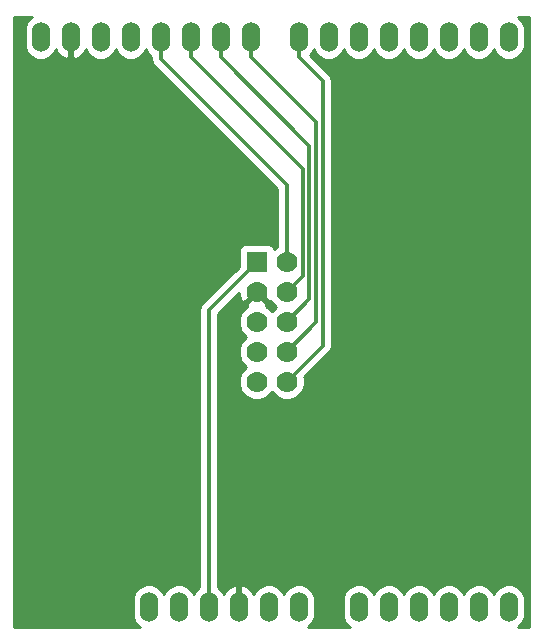
<source format=gtl>
G04 (created by PCBNEW-RS274X (2011-07-19)-testing) date Fri 10 Feb 2012 01:30:19 PM PST*
G01*
G70*
G90*
%MOIN*%
G04 Gerber Fmt 3.4, Leading zero omitted, Abs format*
%FSLAX34Y34*%
G04 APERTURE LIST*
%ADD10C,0.006000*%
%ADD11O,0.060000X0.100000*%
%ADD12R,0.070000X0.070000*%
%ADD13C,0.070000*%
%ADD14C,0.012000*%
%ADD15C,0.010000*%
G04 APERTURE END LIST*
G54D10*
G54D11*
X74651Y-50501D03*
X73651Y-50501D03*
X72651Y-50501D03*
X69651Y-50501D03*
X70651Y-50501D03*
X71651Y-50501D03*
X67651Y-50501D03*
X66651Y-50501D03*
X65651Y-50501D03*
X63651Y-50501D03*
X62651Y-50501D03*
X74651Y-31501D03*
X73651Y-31501D03*
X72651Y-31501D03*
X71651Y-31501D03*
X70651Y-31501D03*
X69651Y-31501D03*
X68651Y-31501D03*
X67651Y-31501D03*
X66051Y-31501D03*
X65051Y-31501D03*
X64051Y-31501D03*
X63051Y-31501D03*
X62051Y-31501D03*
X61051Y-31501D03*
X60051Y-31501D03*
X59051Y-31501D03*
X64651Y-50501D03*
G54D12*
X66250Y-39000D03*
G54D13*
X67250Y-39000D03*
X66250Y-40000D03*
X67250Y-40000D03*
X66250Y-41000D03*
X67250Y-41000D03*
X66250Y-42000D03*
X67250Y-42000D03*
X66250Y-43000D03*
X67250Y-43000D03*
G54D14*
X64651Y-40599D02*
X64651Y-50501D01*
X66250Y-39000D02*
X64651Y-40599D01*
X65051Y-31501D02*
X65051Y-32164D01*
X68010Y-35123D02*
X65051Y-32164D01*
X68010Y-40240D02*
X68010Y-35123D01*
X67250Y-41000D02*
X68010Y-40240D01*
X66051Y-31501D02*
X66051Y-32164D01*
X68233Y-34346D02*
X66051Y-32164D01*
X68233Y-41017D02*
X68233Y-34346D01*
X67250Y-42000D02*
X68233Y-41017D01*
X67786Y-35899D02*
X64051Y-32164D01*
X67786Y-39464D02*
X67786Y-35899D01*
X67250Y-40000D02*
X67786Y-39464D01*
X64051Y-31501D02*
X64051Y-32164D01*
X67250Y-39000D02*
X67250Y-36443D01*
X63051Y-32244D02*
X63051Y-31501D01*
X67250Y-36443D02*
X63051Y-32244D01*
X67651Y-31501D02*
X67651Y-32164D01*
X68456Y-32969D02*
X67651Y-32164D01*
X68456Y-41794D02*
X68456Y-32969D01*
X67250Y-43000D02*
X68456Y-41794D01*
X65651Y-40599D02*
X65651Y-50501D01*
X66250Y-40000D02*
X65651Y-40599D01*
G54D10*
G36*
X66940Y-38480D02*
X66911Y-38492D01*
X66835Y-38567D01*
X66811Y-38509D01*
X66741Y-38439D01*
X66650Y-38401D01*
X66551Y-38401D01*
X65851Y-38401D01*
X65759Y-38439D01*
X65689Y-38509D01*
X65651Y-38600D01*
X65651Y-38699D01*
X65651Y-39161D01*
X64432Y-40380D01*
X64365Y-40480D01*
X64341Y-40599D01*
X64341Y-49833D01*
X64194Y-49981D01*
X64151Y-50083D01*
X64109Y-49981D01*
X63957Y-49830D01*
X63759Y-49747D01*
X63544Y-49747D01*
X63345Y-49829D01*
X63194Y-49981D01*
X63151Y-50083D01*
X63109Y-49981D01*
X62957Y-49830D01*
X62759Y-49747D01*
X62544Y-49747D01*
X62345Y-49829D01*
X62194Y-49981D01*
X62111Y-50179D01*
X62111Y-50394D01*
X62111Y-50822D01*
X62193Y-51021D01*
X62345Y-51172D01*
X62352Y-51175D01*
X58175Y-51175D01*
X58175Y-30825D01*
X58754Y-30825D01*
X58745Y-30829D01*
X58594Y-30981D01*
X58511Y-31179D01*
X58511Y-31394D01*
X58511Y-31822D01*
X58593Y-32021D01*
X58745Y-32172D01*
X58943Y-32255D01*
X59158Y-32255D01*
X59357Y-32173D01*
X59508Y-32021D01*
X59550Y-31919D01*
X59562Y-31958D01*
X59698Y-32126D01*
X59888Y-32229D01*
X59916Y-32233D01*
X60001Y-32186D01*
X60001Y-31601D01*
X60001Y-31551D01*
X60001Y-31451D01*
X60101Y-31451D01*
X60101Y-31551D01*
X60101Y-31601D01*
X60101Y-32186D01*
X60186Y-32233D01*
X60214Y-32229D01*
X60404Y-32126D01*
X60540Y-31958D01*
X60551Y-31919D01*
X60593Y-32021D01*
X60745Y-32172D01*
X60943Y-32255D01*
X61158Y-32255D01*
X61357Y-32173D01*
X61508Y-32021D01*
X61550Y-31918D01*
X61593Y-32021D01*
X61745Y-32172D01*
X61943Y-32255D01*
X62158Y-32255D01*
X62357Y-32173D01*
X62508Y-32021D01*
X62550Y-31918D01*
X62593Y-32021D01*
X62741Y-32168D01*
X62741Y-32244D01*
X62765Y-32363D01*
X62832Y-32463D01*
X66940Y-36571D01*
X66940Y-38480D01*
X66940Y-38480D01*
G37*
G54D15*
X66940Y-38480D02*
X66911Y-38492D01*
X66835Y-38567D01*
X66811Y-38509D01*
X66741Y-38439D01*
X66650Y-38401D01*
X66551Y-38401D01*
X65851Y-38401D01*
X65759Y-38439D01*
X65689Y-38509D01*
X65651Y-38600D01*
X65651Y-38699D01*
X65651Y-39161D01*
X64432Y-40380D01*
X64365Y-40480D01*
X64341Y-40599D01*
X64341Y-49833D01*
X64194Y-49981D01*
X64151Y-50083D01*
X64109Y-49981D01*
X63957Y-49830D01*
X63759Y-49747D01*
X63544Y-49747D01*
X63345Y-49829D01*
X63194Y-49981D01*
X63151Y-50083D01*
X63109Y-49981D01*
X62957Y-49830D01*
X62759Y-49747D01*
X62544Y-49747D01*
X62345Y-49829D01*
X62194Y-49981D01*
X62111Y-50179D01*
X62111Y-50394D01*
X62111Y-50822D01*
X62193Y-51021D01*
X62345Y-51172D01*
X62352Y-51175D01*
X58175Y-51175D01*
X58175Y-30825D01*
X58754Y-30825D01*
X58745Y-30829D01*
X58594Y-30981D01*
X58511Y-31179D01*
X58511Y-31394D01*
X58511Y-31822D01*
X58593Y-32021D01*
X58745Y-32172D01*
X58943Y-32255D01*
X59158Y-32255D01*
X59357Y-32173D01*
X59508Y-32021D01*
X59550Y-31919D01*
X59562Y-31958D01*
X59698Y-32126D01*
X59888Y-32229D01*
X59916Y-32233D01*
X60001Y-32186D01*
X60001Y-31601D01*
X60001Y-31551D01*
X60001Y-31451D01*
X60101Y-31451D01*
X60101Y-31551D01*
X60101Y-31601D01*
X60101Y-32186D01*
X60186Y-32233D01*
X60214Y-32229D01*
X60404Y-32126D01*
X60540Y-31958D01*
X60551Y-31919D01*
X60593Y-32021D01*
X60745Y-32172D01*
X60943Y-32255D01*
X61158Y-32255D01*
X61357Y-32173D01*
X61508Y-32021D01*
X61550Y-31918D01*
X61593Y-32021D01*
X61745Y-32172D01*
X61943Y-32255D01*
X62158Y-32255D01*
X62357Y-32173D01*
X62508Y-32021D01*
X62550Y-31918D01*
X62593Y-32021D01*
X62741Y-32168D01*
X62741Y-32244D01*
X62765Y-32363D01*
X62832Y-32463D01*
X66940Y-36571D01*
X66940Y-38480D01*
G54D10*
G36*
X75325Y-51175D02*
X74952Y-51175D01*
X74957Y-51173D01*
X75108Y-51021D01*
X75191Y-50823D01*
X75191Y-50608D01*
X75191Y-50180D01*
X75109Y-49981D01*
X74957Y-49830D01*
X74759Y-49747D01*
X74544Y-49747D01*
X74345Y-49829D01*
X74194Y-49981D01*
X74151Y-50083D01*
X74109Y-49981D01*
X73957Y-49830D01*
X73759Y-49747D01*
X73544Y-49747D01*
X73345Y-49829D01*
X73194Y-49981D01*
X73151Y-50083D01*
X73109Y-49981D01*
X72957Y-49830D01*
X72759Y-49747D01*
X72544Y-49747D01*
X72345Y-49829D01*
X72194Y-49981D01*
X72151Y-50083D01*
X72109Y-49981D01*
X71957Y-49830D01*
X71759Y-49747D01*
X71544Y-49747D01*
X71345Y-49829D01*
X71194Y-49981D01*
X71151Y-50083D01*
X71109Y-49981D01*
X70957Y-49830D01*
X70759Y-49747D01*
X70544Y-49747D01*
X70345Y-49829D01*
X70194Y-49981D01*
X70151Y-50083D01*
X70109Y-49981D01*
X69957Y-49830D01*
X69759Y-49747D01*
X69544Y-49747D01*
X69345Y-49829D01*
X69194Y-49981D01*
X69111Y-50179D01*
X69111Y-50394D01*
X69111Y-50822D01*
X69193Y-51021D01*
X69345Y-51172D01*
X69352Y-51175D01*
X67952Y-51175D01*
X67957Y-51173D01*
X68108Y-51021D01*
X68191Y-50823D01*
X68191Y-50608D01*
X68191Y-50180D01*
X68109Y-49981D01*
X67957Y-49830D01*
X67759Y-49747D01*
X67544Y-49747D01*
X67345Y-49829D01*
X67194Y-49981D01*
X67151Y-50083D01*
X67109Y-49981D01*
X66957Y-49830D01*
X66759Y-49747D01*
X66544Y-49747D01*
X66345Y-49829D01*
X66194Y-49981D01*
X66151Y-50082D01*
X66140Y-50044D01*
X66004Y-49876D01*
X65814Y-49773D01*
X65786Y-49769D01*
X65701Y-49816D01*
X65701Y-50401D01*
X65701Y-50451D01*
X65701Y-50551D01*
X65601Y-50551D01*
X65601Y-50451D01*
X65601Y-50401D01*
X65601Y-49816D01*
X65516Y-49769D01*
X65488Y-49773D01*
X65298Y-49876D01*
X65162Y-50044D01*
X65150Y-50082D01*
X65109Y-49981D01*
X64961Y-49833D01*
X64961Y-40727D01*
X65662Y-40025D01*
X65668Y-40144D01*
X65737Y-40310D01*
X65836Y-40343D01*
X66144Y-40035D01*
X66179Y-40000D01*
X66250Y-39929D01*
X66321Y-40000D01*
X66356Y-40035D01*
X66664Y-40343D01*
X66734Y-40319D01*
X66742Y-40339D01*
X66903Y-40500D01*
X66750Y-40653D01*
X66589Y-40492D01*
X66569Y-40484D01*
X66593Y-40414D01*
X66250Y-40071D01*
X65907Y-40414D01*
X65930Y-40484D01*
X65911Y-40492D01*
X65742Y-40661D01*
X65651Y-40881D01*
X65651Y-41119D01*
X65742Y-41339D01*
X65903Y-41500D01*
X65742Y-41661D01*
X65651Y-41881D01*
X65651Y-42119D01*
X65742Y-42339D01*
X65903Y-42500D01*
X65742Y-42661D01*
X65651Y-42881D01*
X65651Y-43119D01*
X65742Y-43339D01*
X65911Y-43508D01*
X66131Y-43599D01*
X66369Y-43599D01*
X66589Y-43508D01*
X66750Y-43347D01*
X66911Y-43508D01*
X67131Y-43599D01*
X67369Y-43599D01*
X67589Y-43508D01*
X67758Y-43339D01*
X67849Y-43119D01*
X67849Y-42881D01*
X67836Y-42851D01*
X68675Y-42014D01*
X68675Y-42013D01*
X68708Y-41963D01*
X68742Y-41913D01*
X68742Y-41912D01*
X68765Y-41794D01*
X68766Y-41794D01*
X68766Y-32969D01*
X68742Y-32851D01*
X68742Y-32850D01*
X68708Y-32800D01*
X68675Y-32750D01*
X68675Y-32749D01*
X68027Y-32102D01*
X68108Y-32021D01*
X68150Y-31918D01*
X68193Y-32021D01*
X68345Y-32172D01*
X68543Y-32255D01*
X68758Y-32255D01*
X68957Y-32173D01*
X69108Y-32021D01*
X69150Y-31918D01*
X69193Y-32021D01*
X69345Y-32172D01*
X69543Y-32255D01*
X69758Y-32255D01*
X69957Y-32173D01*
X70108Y-32021D01*
X70150Y-31918D01*
X70193Y-32021D01*
X70345Y-32172D01*
X70543Y-32255D01*
X70758Y-32255D01*
X70957Y-32173D01*
X71108Y-32021D01*
X71150Y-31918D01*
X71193Y-32021D01*
X71345Y-32172D01*
X71543Y-32255D01*
X71758Y-32255D01*
X71957Y-32173D01*
X72108Y-32021D01*
X72150Y-31918D01*
X72193Y-32021D01*
X72345Y-32172D01*
X72543Y-32255D01*
X72758Y-32255D01*
X72957Y-32173D01*
X73108Y-32021D01*
X73150Y-31918D01*
X73193Y-32021D01*
X73345Y-32172D01*
X73543Y-32255D01*
X73758Y-32255D01*
X73957Y-32173D01*
X74108Y-32021D01*
X74150Y-31918D01*
X74193Y-32021D01*
X74345Y-32172D01*
X74543Y-32255D01*
X74758Y-32255D01*
X74957Y-32173D01*
X75108Y-32021D01*
X75191Y-31823D01*
X75191Y-31608D01*
X75191Y-31180D01*
X75109Y-30981D01*
X74957Y-30830D01*
X74945Y-30825D01*
X75325Y-30825D01*
X75325Y-51175D01*
X75325Y-51175D01*
G37*
G54D15*
X75325Y-51175D02*
X74952Y-51175D01*
X74957Y-51173D01*
X75108Y-51021D01*
X75191Y-50823D01*
X75191Y-50608D01*
X75191Y-50180D01*
X75109Y-49981D01*
X74957Y-49830D01*
X74759Y-49747D01*
X74544Y-49747D01*
X74345Y-49829D01*
X74194Y-49981D01*
X74151Y-50083D01*
X74109Y-49981D01*
X73957Y-49830D01*
X73759Y-49747D01*
X73544Y-49747D01*
X73345Y-49829D01*
X73194Y-49981D01*
X73151Y-50083D01*
X73109Y-49981D01*
X72957Y-49830D01*
X72759Y-49747D01*
X72544Y-49747D01*
X72345Y-49829D01*
X72194Y-49981D01*
X72151Y-50083D01*
X72109Y-49981D01*
X71957Y-49830D01*
X71759Y-49747D01*
X71544Y-49747D01*
X71345Y-49829D01*
X71194Y-49981D01*
X71151Y-50083D01*
X71109Y-49981D01*
X70957Y-49830D01*
X70759Y-49747D01*
X70544Y-49747D01*
X70345Y-49829D01*
X70194Y-49981D01*
X70151Y-50083D01*
X70109Y-49981D01*
X69957Y-49830D01*
X69759Y-49747D01*
X69544Y-49747D01*
X69345Y-49829D01*
X69194Y-49981D01*
X69111Y-50179D01*
X69111Y-50394D01*
X69111Y-50822D01*
X69193Y-51021D01*
X69345Y-51172D01*
X69352Y-51175D01*
X67952Y-51175D01*
X67957Y-51173D01*
X68108Y-51021D01*
X68191Y-50823D01*
X68191Y-50608D01*
X68191Y-50180D01*
X68109Y-49981D01*
X67957Y-49830D01*
X67759Y-49747D01*
X67544Y-49747D01*
X67345Y-49829D01*
X67194Y-49981D01*
X67151Y-50083D01*
X67109Y-49981D01*
X66957Y-49830D01*
X66759Y-49747D01*
X66544Y-49747D01*
X66345Y-49829D01*
X66194Y-49981D01*
X66151Y-50082D01*
X66140Y-50044D01*
X66004Y-49876D01*
X65814Y-49773D01*
X65786Y-49769D01*
X65701Y-49816D01*
X65701Y-50401D01*
X65701Y-50451D01*
X65701Y-50551D01*
X65601Y-50551D01*
X65601Y-50451D01*
X65601Y-50401D01*
X65601Y-49816D01*
X65516Y-49769D01*
X65488Y-49773D01*
X65298Y-49876D01*
X65162Y-50044D01*
X65150Y-50082D01*
X65109Y-49981D01*
X64961Y-49833D01*
X64961Y-40727D01*
X65662Y-40025D01*
X65668Y-40144D01*
X65737Y-40310D01*
X65836Y-40343D01*
X66144Y-40035D01*
X66179Y-40000D01*
X66250Y-39929D01*
X66321Y-40000D01*
X66356Y-40035D01*
X66664Y-40343D01*
X66734Y-40319D01*
X66742Y-40339D01*
X66903Y-40500D01*
X66750Y-40653D01*
X66589Y-40492D01*
X66569Y-40484D01*
X66593Y-40414D01*
X66250Y-40071D01*
X65907Y-40414D01*
X65930Y-40484D01*
X65911Y-40492D01*
X65742Y-40661D01*
X65651Y-40881D01*
X65651Y-41119D01*
X65742Y-41339D01*
X65903Y-41500D01*
X65742Y-41661D01*
X65651Y-41881D01*
X65651Y-42119D01*
X65742Y-42339D01*
X65903Y-42500D01*
X65742Y-42661D01*
X65651Y-42881D01*
X65651Y-43119D01*
X65742Y-43339D01*
X65911Y-43508D01*
X66131Y-43599D01*
X66369Y-43599D01*
X66589Y-43508D01*
X66750Y-43347D01*
X66911Y-43508D01*
X67131Y-43599D01*
X67369Y-43599D01*
X67589Y-43508D01*
X67758Y-43339D01*
X67849Y-43119D01*
X67849Y-42881D01*
X67836Y-42851D01*
X68675Y-42014D01*
X68675Y-42013D01*
X68708Y-41963D01*
X68742Y-41913D01*
X68742Y-41912D01*
X68765Y-41794D01*
X68766Y-41794D01*
X68766Y-32969D01*
X68742Y-32851D01*
X68742Y-32850D01*
X68708Y-32800D01*
X68675Y-32750D01*
X68675Y-32749D01*
X68027Y-32102D01*
X68108Y-32021D01*
X68150Y-31918D01*
X68193Y-32021D01*
X68345Y-32172D01*
X68543Y-32255D01*
X68758Y-32255D01*
X68957Y-32173D01*
X69108Y-32021D01*
X69150Y-31918D01*
X69193Y-32021D01*
X69345Y-32172D01*
X69543Y-32255D01*
X69758Y-32255D01*
X69957Y-32173D01*
X70108Y-32021D01*
X70150Y-31918D01*
X70193Y-32021D01*
X70345Y-32172D01*
X70543Y-32255D01*
X70758Y-32255D01*
X70957Y-32173D01*
X71108Y-32021D01*
X71150Y-31918D01*
X71193Y-32021D01*
X71345Y-32172D01*
X71543Y-32255D01*
X71758Y-32255D01*
X71957Y-32173D01*
X72108Y-32021D01*
X72150Y-31918D01*
X72193Y-32021D01*
X72345Y-32172D01*
X72543Y-32255D01*
X72758Y-32255D01*
X72957Y-32173D01*
X73108Y-32021D01*
X73150Y-31918D01*
X73193Y-32021D01*
X73345Y-32172D01*
X73543Y-32255D01*
X73758Y-32255D01*
X73957Y-32173D01*
X74108Y-32021D01*
X74150Y-31918D01*
X74193Y-32021D01*
X74345Y-32172D01*
X74543Y-32255D01*
X74758Y-32255D01*
X74957Y-32173D01*
X75108Y-32021D01*
X75191Y-31823D01*
X75191Y-31608D01*
X75191Y-31180D01*
X75109Y-30981D01*
X74957Y-30830D01*
X74945Y-30825D01*
X75325Y-30825D01*
X75325Y-51175D01*
M02*

</source>
